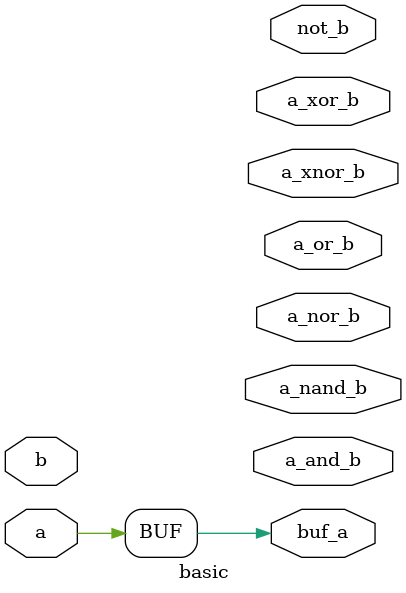
<source format=v>
module basic(
  input a, 
  input b, 
  output buf_a,
  output not_b,
  output a_and_b,
  output a_or_b,
  output a_xor_b,
  output a_nand_b,
  output a_nor_b,
  output a_xnor_b);

  assign buf_a = a;
  // assign not_b = 
  // assign ... 
endmodule

</source>
